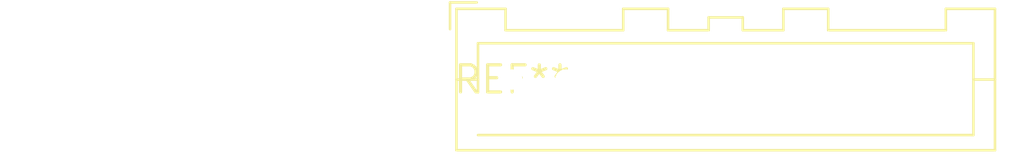
<source format=kicad_pcb>
(kicad_pcb (version 20240108) (generator pcbnew)
  (layers (0 "F.Cu" signal) (31 "B.Cu" signal) (34 "B.Paste" user) (35 "F.Paste" user) (36 "B.SilkS" user "B.Silkscreen") (37 "F.SilkS" user "F.Silkscreen") (38 "B.Mask" user) (39 "F.Mask" user) (44 "Edge.Cuts" user))
  (net 0 "")
  (footprint "JST_XA_B09B-XASK-1-A_1x09_P2.50mm_Vertical" (layer "F.Cu") (at 0 0)
    (property "Reference" "REF**")
    (property "Value" "JST_XA_B09B-XASK-1-A_1x09_P2.50mm_Vertical")
    (fp_line (start -2.91 -3.61) (end -2.91 -2.36) (layer "F.SilkS") (stroke (width 0.12)))
    (fp_line (start -2.61 -3.31) (end -2.61 3.31) (layer "F.SilkS") (stroke (width 0.12)))
    (fp_line (start -2.61 0) (end -1.6 0) (layer "F.SilkS") (stroke (width 0.12)))
    (fp_line (start -2.61 3.31) (end 22.61 3.31) (layer "F.SilkS") (stroke (width 0.12)))
    (fp_line (start -1.66 -3.61) (end -2.91 -3.61) (layer "F.SilkS") (stroke (width 0.12)))
    (fp_line (start -1.6 -1.7) (end 21.6 -1.7) (layer "F.SilkS") (stroke (width 0.12)))
    (fp_line (start -1.6 0.6) (end -1.6 -1.7) (layer "F.SilkS") (stroke (width 0.12)))
    (fp_line (start -0.31 -3.31) (end -2.61 -3.31) (layer "F.SilkS") (stroke (width 0.12)))
    (fp_line (start -0.31 -2.31) (end -0.31 -3.31) (layer "F.SilkS") (stroke (width 0.12)))
    (fp_line (start 5.2 -3.31) (end 5.2 -2.31) (layer "F.SilkS") (stroke (width 0.12)))
    (fp_line (start 5.2 -2.31) (end -0.31 -2.31) (layer "F.SilkS") (stroke (width 0.12)))
    (fp_line (start 7.3 -3.31) (end 5.2 -3.31) (layer "F.SilkS") (stroke (width 0.12)))
    (fp_line (start 7.3 -2.31) (end 7.3 -3.31) (layer "F.SilkS") (stroke (width 0.12)))
    (fp_line (start 9.2 -2.91) (end 9.2 -2.31) (layer "F.SilkS") (stroke (width 0.12)))
    (fp_line (start 9.2 -2.31) (end 7.3 -2.31) (layer "F.SilkS") (stroke (width 0.12)))
    (fp_line (start 10.8 -2.91) (end 9.2 -2.91) (layer "F.SilkS") (stroke (width 0.12)))
    (fp_line (start 10.8 -2.31) (end 10.8 -2.91) (layer "F.SilkS") (stroke (width 0.12)))
    (fp_line (start 12.7 -3.31) (end 12.7 -2.31) (layer "F.SilkS") (stroke (width 0.12)))
    (fp_line (start 12.7 -2.31) (end 10.8 -2.31) (layer "F.SilkS") (stroke (width 0.12)))
    (fp_line (start 14.8 -3.31) (end 12.7 -3.31) (layer "F.SilkS") (stroke (width 0.12)))
    (fp_line (start 14.8 -2.31) (end 14.8 -3.31) (layer "F.SilkS") (stroke (width 0.12)))
    (fp_line (start 20.31 -3.31) (end 20.31 -2.31) (layer "F.SilkS") (stroke (width 0.12)))
    (fp_line (start 20.31 -2.31) (end 14.8 -2.31) (layer "F.SilkS") (stroke (width 0.12)))
    (fp_line (start 21.6 -1.7) (end 21.6 2.6) (layer "F.SilkS") (stroke (width 0.12)))
    (fp_line (start 21.6 2.6) (end -1.6 2.6) (layer "F.SilkS") (stroke (width 0.12)))
    (fp_line (start 22.61 -3.31) (end 20.31 -3.31) (layer "F.SilkS") (stroke (width 0.12)))
    (fp_line (start 22.61 0) (end 21.6 0) (layer "F.SilkS") (stroke (width 0.12)))
    (fp_line (start 22.61 3.31) (end 22.61 -3.31) (layer "F.SilkS") (stroke (width 0.12)))
    (pad "" np_thru_hole circle (at -1.6 1.6) (size 1.25 1.25) (drill 1.25) (layers *.Cu *.Mask))
    (pad "1" thru_hole roundrect (at 0 0) (size 1.7 1.95) (drill 0.95) (layers *.Cu *.Mask) (remove_unused_layers) (roundrect_rratio 0.147059))
    (pad "2" thru_hole oval (at 2.5 0) (size 1.7 1.95) (drill 0.95) (layers *.Cu *.Mask) (remove_unused_layers))
    (pad "3" thru_hole oval (at 5 0) (size 1.7 1.95) (drill 0.95) (layers *.Cu *.Mask) (remove_unused_layers))
    (pad "4" thru_hole oval (at 7.5 0) (size 1.7 1.95) (drill 0.95) (layers *.Cu *.Mask) (remove_unused_layers))
    (pad "5" thru_hole oval (at 10 0) (size 1.7 1.95) (drill 0.95) (layers *.Cu *.Mask) (remove_unused_layers))
    (pad "6" thru_hole oval (at 12.5 0) (size 1.7 1.95) (drill 0.95) (layers *.Cu *.Mask) (remove_unused_layers))
    (pad "7" thru_hole oval (at 15 0) (size 1.7 1.95) (drill 0.95) (layers *.Cu *.Mask) (remove_unused_layers))
    (pad "8" thru_hole oval (at 17.5 0) (size 1.7 1.95) (drill 0.95) (layers *.Cu *.Mask) (remove_unused_layers))
    (pad "9" thru_hole oval (at 20 0) (size 1.7 1.95) (drill 0.95) (layers *.Cu *.Mask) (remove_unused_layers))
  )
)
</source>
